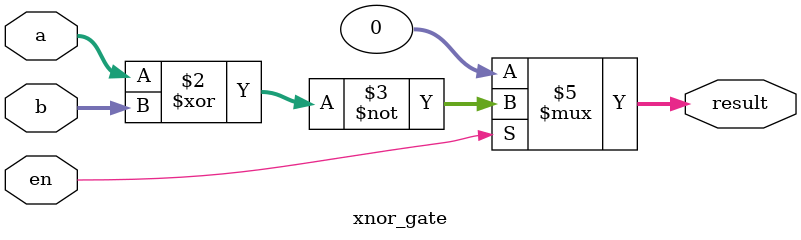
<source format=v>
module xnor_gate(
    input [31:0]a,b,
    input en,
    output reg[31:0]result
);
    always @(*) begin
        if(en)begin
            result = ~(a^b);    
        end else begin
            result = 32'd0;  
        end
    end
endmodule
</source>
